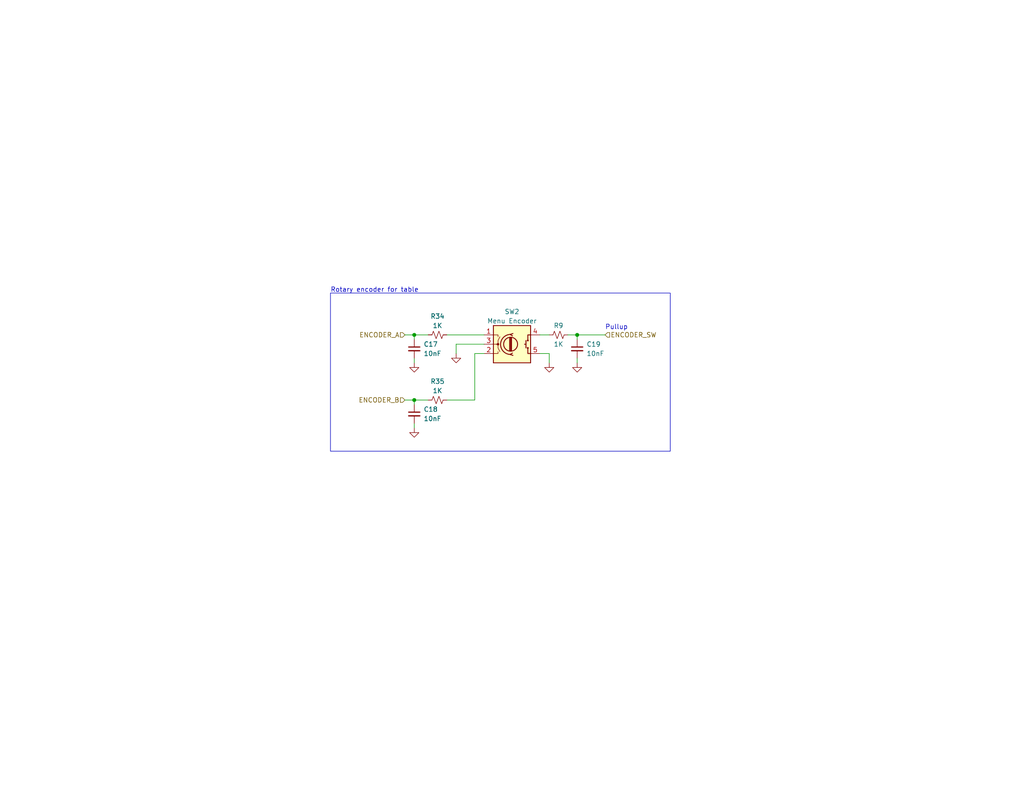
<source format=kicad_sch>
(kicad_sch (version 20230121) (generator eeschema)
  (paper "USLetter")
  (title_block (title "Menu Encoder") (date "2023-09-17") (rev "A") (company "ECE 477"))
  (lib_symbols
    (symbol "Device:C_Small" (pin_numbers hide) (pin_names (offset 0.254) hide)
      (property "Reference" "C" (at 0.254 1.778 0))
      (property "Value" "C_Small" (at 0.254 -2.032 0))
      (symbol "C_Small_0_1"
        (polyline (pts (xy -1.524 -0.508) (xy 1.524 -0.508)) (stroke (width 0.3302)))
        (polyline (pts (xy -1.524 0.508) (xy 1.524 0.508)) (stroke (width 0.3048)))
      )
      (symbol "C_Small_1_1"
        (pin passive line (at 0 2.54 270) (length 2.032) (name "~") (number "1"))
        (pin passive line (at 0 -2.54 90) (length 2.032) (name "~") (number "2"))
      )
    )
    (symbol "Device:R_Small_US" (pin_numbers hide) (pin_names (offset 0.254) hide)
      (property "Reference" "R" (at 0.762 0.508 0))
      (property "Value" "R_Small_US" (at 0.762 -1.016 0))
      (symbol "R_Small_US_1_1"
        (polyline (pts (xy 0 0) (xy 1.016 -0.381) (xy 0 -0.762) (xy -1.016 -1.143) (xy 0 -1.524)))
        (polyline (pts (xy 0 1.524) (xy 1.016 1.143) (xy 0 0.762) (xy -1.016 0.381) (xy 0 0)))
        (pin passive line (at 0 2.54 270) (length 1.016) (name "~") (number "1"))
        (pin passive line (at 0 -2.54 90) (length 1.016) (name "~") (number "2"))
      )
    )
    (symbol "Device_Custom:RotaryEncoder_Switch" (pin_names (offset 0.254) hide)
      (property "Reference" "SW" (at 0 6.604 0))
      (property "Value" "RotaryEncoder_Switch" (at 0 -6.604 0))
      (symbol "RotaryEncoder_Switch_0_1"
        (rectangle (start -5.08 5.08) (end 5.08 -5.08) (stroke (width 0.254)) (fill (type background)))
        (circle (center -3.81 0) (radius 0.254) (fill (type outline)))
        (circle (center -0.381 0) (radius 1.905) (stroke (width 0.254)))
        (arc (start -0.381 2.667) (mid -3.0988 -0.0635) (end -0.381 -2.794) (stroke (width 0.254)))
        (polyline (pts (xy -0.635 -1.778) (xy -0.635 1.778)) (stroke (width 0.254)))
        (polyline (pts (xy -0.381 -1.778) (xy -0.381 1.778)) (stroke (width 0.254)))
        (polyline (pts (xy -0.127 1.778) (xy -0.127 -1.778)) (stroke (width 0.254)))
        (polyline (pts (xy 3.81 0) (xy 3.429 0)) (stroke (width 0.254)))
        (polyline (pts (xy 3.81 1.016) (xy 3.81 -1.016)) (stroke (width 0.254)))
        (polyline (pts (xy -5.08 -2.54) (xy -3.81 -2.54) (xy -3.81 -2.032)))
        (polyline (pts (xy -5.08 2.54) (xy -3.81 2.54) (xy -3.81 2.032)))
        (polyline (pts (xy 0.254 -3.048) (xy -0.508 -2.794) (xy 0.127 -2.413)) (stroke (width 0.254)))
        (polyline (pts (xy 0.254 2.921) (xy -0.508 2.667) (xy 0.127 2.286)) (stroke (width 0.254)))
        (polyline (pts (xy 5.08 -2.54) (xy 4.318 -2.54) (xy 4.318 -1.016)) (stroke (width 0.254)))
        (polyline (pts (xy 5.08 2.54) (xy 4.318 2.54) (xy 4.318 1.016)) (stroke (width 0.254)))
        (polyline (pts (xy -5.08 0) (xy -3.81 0) (xy -3.81 -1.016) (xy -3.302 -2.032)))
        (polyline (pts (xy -4.318 0) (xy -3.81 0) (xy -3.81 1.016) (xy -3.302 2.032)))
        (circle (center 4.318 -1.016) (radius 0.127) (stroke (width 0.254)))
        (circle (center 4.318 1.016) (radius 0.127) (stroke (width 0.254)))
      )
      (symbol "RotaryEncoder_Switch_1_1"
        (pin passive line (at -7.62 2.54 0) (length 2.54) (name "A") (number "1"))
        (pin passive line (at -7.62 -2.54 0) (length 2.54) (name "B") (number "2"))
        (pin passive line (at -7.62 0 0) (length 2.54) (name "C") (number "3"))
        (pin passive line (at 7.62 2.54 180) (length 2.54) (name "S1") (number "4"))
        (pin passive line (at 7.62 -2.54 180) (length 2.54) (name "S2") (number "5"))
      )
    )
    (symbol "power:GND" (power) (pin_names (offset 0))
      (property "Value" "GND" (at 0 -3.81 0))
      (symbol "GND_0_1"
        (polyline (pts (xy 0 0) (xy 0 -1.27) (xy 1.27 -1.27) (xy 0 -2.54) (xy -1.27 -1.27) (xy 0 -1.27)))
      )
      (symbol "GND_1_1"
        (pin power_in line (at 0 0 270) (length 0) hide (name "GND") (number "1"))
      )
    )
  )
  (junction (at 113.03 91.44))
  (junction (at 113.03 109.22))
  (junction (at 157.48 91.44))
  (wire (pts (xy 124.46 93.98) (xy 132.08 93.98)))
  (wire (pts (xy 113.03 109.22) (xy 113.03 110.49)))
  (wire (pts (xy 157.48 91.44) (xy 165.1 91.44)))
  (wire (pts (xy 124.46 93.98) (xy 124.46 96.52)))
  (wire (pts (xy 110.49 109.22) (xy 113.03 109.22)))
  (wire (pts (xy 129.54 109.22) (xy 129.54 96.52)))
  (wire (pts (xy 157.48 97.79) (xy 157.48 99.06)))
  (wire (pts (xy 113.03 109.22) (xy 116.84 109.22)))
  (wire (pts (xy 110.49 91.44) (xy 113.03 91.44)))
  (wire (pts (xy 157.48 91.44) (xy 157.48 92.71)))
  (wire (pts (xy 113.03 115.57) (xy 113.03 116.84)))
  (wire (pts (xy 129.54 96.52) (xy 132.08 96.52)))
  (wire (pts (xy 147.32 96.52) (xy 149.86 96.52)))
  (wire (pts (xy 154.94 91.44) (xy 157.48 91.44)))
  (wire (pts (xy 149.86 96.52) (xy 149.86 99.06)))
  (wire (pts (xy 121.92 109.22) (xy 129.54 109.22)))
  (wire (pts (xy 113.03 97.79) (xy 113.03 99.06)))
  (wire (pts (xy 147.32 91.44) (xy 149.86 91.44)))
  (wire (pts (xy 121.92 91.44) (xy 132.08 91.44)))
  (wire (pts (xy 113.03 91.44) (xy 116.84 91.44)))
  (wire (pts (xy 113.03 91.44) (xy 113.03 92.71)))
  (rectangle (start 90.17 80.01) (end 182.88 123.19))
  (text "Rotary encoder for table" (at 90.17 80.01 0) (effects (font (size 1.27 1.27)) (justify left bottom)))
  (text "Pullup" (at 165.1 90.17 0) (effects (font (size 1.27 1.27)) (justify left bottom)))
  (hierarchical_label "ENCODER_B" (shape input) (at 110.49 109.22 180))
  (hierarchical_label "ENCODER_SW" (shape input) (at 165.1 91.44 0))
  (hierarchical_label "ENCODER_A" (shape input) (at 110.49 91.44 180))
  (symbol (lib_id "Device:R_Small_US") (at 152.4 91.44 90) (unit 1)
    (property "Reference" "R9" (at 152.4 88.9 90))
    (property "Value" "1K" (at 152.4 93.98 90))
    (property "Footprint" "Resistor_SMD:R_0805_2012Metric_Pad1.20x1.40mm_HandSolder" (effects hide))
  )
  (symbol (lib_id "Device:R_Small_US") (at 119.38 91.44 90) (unit 1)
    (property "Reference" "R34" (at 119.38 86.36 90))
    (property "Value" "1K" (at 119.38 88.9 90))
    (property "Footprint" "Resistor_SMD:R_0805_2012Metric_Pad1.20x1.40mm_HandSolder" (effects hide))
  )
  (symbol (lib_id "power:GND") (at 113.03 116.84 0) (unit 1)
    (property "Reference" "#PWR049" (effects hide))
    (property "Value" "GND" (effects hide))
  )
  (symbol (lib_id "power:GND") (at 113.03 99.06 0) (unit 1)
    (property "Reference" "#PWR047" (effects hide))
    (property "Value" "GND" (effects hide))
  )
  (symbol (lib_id "Device_Custom:RotaryEncoder_Switch") (at 139.7 93.98 0) (unit 1)
    (property "Reference" "SW2" (at 139.7 85.09 0))
    (property "Value" "Menu Encoder" (at 139.7 87.63 0))
    (property "Footprint" "Connector_JST:JST_PH_B5B-PH-K_1x05_P2.00mm_Vertical" (effects hide))
  )
  (symbol (lib_id "Device:C_Small") (at 113.03 95.25 0) (unit 1)
    (property "Reference" "C17" (at 115.57 93.9863 0) (effects (justify left)))
    (property "Value" "10nF" (at 115.57 96.5263 0) (effects (justify left)))
    (property "Footprint" "Capacitor_SMD:C_0805_2012Metric_Pad1.18x1.45mm_HandSolder" (effects hide))
  )
  (symbol (lib_id "power:GND") (at 157.48 99.06 0) (unit 1)
    (property "Reference" "#PWR045" (effects hide))
    (property "Value" "GND" (effects hide))
  )
  (symbol (lib_id "Device:R_Small_US") (at 119.38 109.22 90) (unit 1)
    (property "Reference" "R35" (at 119.38 104.14 90))
    (property "Value" "1K" (at 119.38 106.68 90))
    (property "Footprint" "Resistor_SMD:R_0805_2012Metric_Pad1.20x1.40mm_HandSolder" (effects hide))
  )
  (symbol (lib_id "Device:C_Small") (at 113.03 113.03 0) (unit 1)
    (property "Reference" "C18" (at 115.57 111.7663 0) (effects (justify left)))
    (property "Value" "10nF" (at 115.57 114.3063 0) (effects (justify left)))
    (property "Footprint" "Capacitor_SMD:C_0805_2012Metric_Pad1.18x1.45mm_HandSolder" (effects hide))
  )
  (symbol (lib_id "power:GND") (at 149.86 99.06 0) (unit 1)
    (property "Reference" "#PWR043" (effects hide))
    (property "Value" "GND" (effects hide))
  )
  (symbol (lib_id "Device:C_Small") (at 157.48 95.25 0) (unit 1)
    (property "Reference" "C19" (at 160.02 93.9863 0) (effects (justify left)))
    (property "Value" "10nF" (at 160.02 96.5263 0) (effects (justify left)))
    (property "Footprint" "Capacitor_SMD:C_0805_2012Metric_Pad1.18x1.45mm_HandSolder" (effects hide))
  )
  (symbol (lib_id "power:GND") (at 124.46 96.52 0) (unit 1)
    (property "Reference" "#PWR046" (effects hide))
    (property "Value" "GND" (effects hide))
  )
)
</source>
